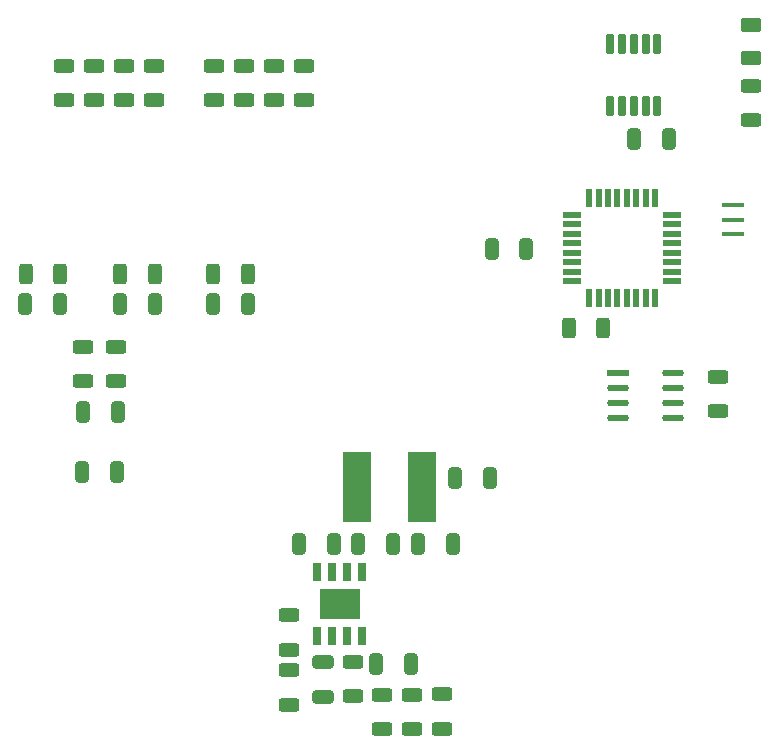
<source format=gbr>
%TF.GenerationSoftware,KiCad,Pcbnew,(7.0.0)*%
%TF.CreationDate,2023-03-07T00:51:13-05:00*%
%TF.ProjectId,smeza_pcb,736d657a-615f-4706-9362-2e6b69636164,rev?*%
%TF.SameCoordinates,Original*%
%TF.FileFunction,Paste,Top*%
%TF.FilePolarity,Positive*%
%FSLAX46Y46*%
G04 Gerber Fmt 4.6, Leading zero omitted, Abs format (unit mm)*
G04 Created by KiCad (PCBNEW (7.0.0)) date 2023-03-07 00:51:13*
%MOMM*%
%LPD*%
G01*
G04 APERTURE LIST*
G04 Aperture macros list*
%AMRoundRect*
0 Rectangle with rounded corners*
0 $1 Rounding radius*
0 $2 $3 $4 $5 $6 $7 $8 $9 X,Y pos of 4 corners*
0 Add a 4 corners polygon primitive as box body*
4,1,4,$2,$3,$4,$5,$6,$7,$8,$9,$2,$3,0*
0 Add four circle primitives for the rounded corners*
1,1,$1+$1,$2,$3*
1,1,$1+$1,$4,$5*
1,1,$1+$1,$6,$7*
1,1,$1+$1,$8,$9*
0 Add four rect primitives between the rounded corners*
20,1,$1+$1,$2,$3,$4,$5,0*
20,1,$1+$1,$4,$5,$6,$7,0*
20,1,$1+$1,$6,$7,$8,$9,0*
20,1,$1+$1,$8,$9,$2,$3,0*%
G04 Aperture macros list end*
%ADD10RoundRect,0.250000X-0.625000X0.312500X-0.625000X-0.312500X0.625000X-0.312500X0.625000X0.312500X0*%
%ADD11RoundRect,0.250000X0.625000X-0.312500X0.625000X0.312500X-0.625000X0.312500X-0.625000X-0.312500X0*%
%ADD12R,1.874066X0.542132*%
%ADD13RoundRect,0.271066X-0.665967X0.000000X0.665967X0.000000X0.665967X0.000000X-0.665967X0.000000X0*%
%ADD14RoundRect,0.250000X-0.625000X0.375000X-0.625000X-0.375000X0.625000X-0.375000X0.625000X0.375000X0*%
%ADD15RoundRect,0.250000X0.325000X0.650000X-0.325000X0.650000X-0.325000X-0.650000X0.325000X-0.650000X0*%
%ADD16R,3.450000X2.560000*%
%ADD17R,0.700000X1.525000*%
%ADD18RoundRect,0.250000X-0.325000X-0.650000X0.325000X-0.650000X0.325000X0.650000X-0.325000X0.650000X0*%
%ADD19R,1.600000X0.550000*%
%ADD20R,0.550000X1.600000*%
%ADD21RoundRect,0.250000X-0.312500X-0.625000X0.312500X-0.625000X0.312500X0.625000X-0.312500X0.625000X0*%
%ADD22RoundRect,0.250000X0.312500X0.625000X-0.312500X0.625000X-0.312500X-0.625000X0.312500X-0.625000X0*%
%ADD23R,2.450000X5.900000*%
%ADD24R,1.900000X0.400000*%
%ADD25RoundRect,0.250000X0.650000X-0.325000X0.650000X0.325000X-0.650000X0.325000X-0.650000X-0.325000X0*%
%ADD26RoundRect,0.042000X0.258000X-0.788000X0.258000X0.788000X-0.258000X0.788000X-0.258000X-0.788000X0*%
G04 APERTURE END LIST*
D10*
%TO.C,R18*%
X145288000Y-122428000D03*
X145288000Y-125353000D03*
%TD*%
%TO.C,R16*%
X133604000Y-69211000D03*
X133604000Y-72136000D03*
%TD*%
D11*
%TO.C,R22*%
X171450000Y-73852500D03*
X171450000Y-70927500D03*
%TD*%
D12*
%TO.C,T1*%
X160243932Y-95249999D03*
D13*
X160243933Y-96520000D03*
X160243933Y-97790000D03*
X160243933Y-99060000D03*
X164876067Y-99060000D03*
X164876067Y-97790000D03*
X164876067Y-96520000D03*
X164876067Y-95250000D03*
%TD*%
D14*
%TO.C,D1*%
X171450000Y-65786000D03*
X171450000Y-68586000D03*
%TD*%
D10*
%TO.C,R15*%
X118364000Y-69211000D03*
X118364000Y-72136000D03*
%TD*%
D15*
%TO.C,C7*%
X152452600Y-84734400D03*
X149502600Y-84734400D03*
%TD*%
D10*
%TO.C,R10*%
X125984000Y-69211000D03*
X125984000Y-72136000D03*
%TD*%
D16*
%TO.C,B1*%
X136651999Y-114807999D03*
D17*
X134746999Y-112095999D03*
X136016999Y-112095999D03*
X137286999Y-112095999D03*
X138556999Y-112095999D03*
X138556999Y-117519999D03*
X137286999Y-117519999D03*
X136016999Y-117519999D03*
X134746999Y-117519999D03*
%TD*%
D18*
%TO.C,C2A1*%
X146402000Y-104140000D03*
X149352000Y-104140000D03*
%TD*%
D19*
%TO.C,U2*%
X164809999Y-87449999D03*
X164809999Y-86649999D03*
X164809999Y-85849999D03*
X164809999Y-85049999D03*
X164809999Y-84249999D03*
X164809999Y-83449999D03*
X164809999Y-82649999D03*
X164809999Y-81849999D03*
D20*
X163359999Y-80399999D03*
X162559999Y-80399999D03*
X161759999Y-80399999D03*
X160959999Y-80399999D03*
X160159999Y-80399999D03*
X159359999Y-80399999D03*
X158559999Y-80399999D03*
X157759999Y-80399999D03*
D19*
X156309999Y-81849999D03*
X156309999Y-82649999D03*
X156309999Y-83449999D03*
X156309999Y-84249999D03*
X156309999Y-85049999D03*
X156309999Y-85849999D03*
X156309999Y-86649999D03*
X156309999Y-87449999D03*
D20*
X157759999Y-88899999D03*
X158559999Y-88899999D03*
X159359999Y-88899999D03*
X160159999Y-88899999D03*
X160959999Y-88899999D03*
X161759999Y-88899999D03*
X162559999Y-88899999D03*
X163359999Y-88899999D03*
%TD*%
D10*
%TO.C,R9*%
X132359400Y-115769200D03*
X132359400Y-118694200D03*
%TD*%
D18*
%TO.C,C11*%
X110031000Y-89408000D03*
X112981000Y-89408000D03*
%TD*%
%TO.C,C3*%
X138176000Y-109728000D03*
X141126000Y-109728000D03*
%TD*%
D21*
%TO.C,R3*%
X156017500Y-91440000D03*
X158942500Y-91440000D03*
%TD*%
D22*
%TO.C,R19*%
X128854200Y-86868000D03*
X125929200Y-86868000D03*
%TD*%
D18*
%TO.C,C9*%
X125906000Y-89408000D03*
X128856000Y-89408000D03*
%TD*%
D15*
%TO.C,C5*%
X117878000Y-98552000D03*
X114928000Y-98552000D03*
%TD*%
D10*
%TO.C,R11*%
X113284000Y-69211000D03*
X113284000Y-72136000D03*
%TD*%
D11*
%TO.C,R6*%
X117673000Y-95950500D03*
X117673000Y-93025500D03*
%TD*%
D10*
%TO.C,R14*%
X131064000Y-69211000D03*
X131064000Y-72136000D03*
%TD*%
D11*
%TO.C,R1*%
X142748000Y-125414500D03*
X142748000Y-122489500D03*
%TD*%
D15*
%TO.C,C2B1*%
X146206000Y-109728000D03*
X143256000Y-109728000D03*
%TD*%
D22*
%TO.C,R21*%
X112983200Y-86868000D03*
X110058200Y-86868000D03*
%TD*%
D15*
%TO.C,C1*%
X142699000Y-119888000D03*
X139749000Y-119888000D03*
%TD*%
D11*
%TO.C,R7*%
X137799000Y-122620500D03*
X137799000Y-119695500D03*
%TD*%
D23*
%TO.C,L1*%
X143621999Y-104901999D03*
X138071999Y-104901999D03*
%TD*%
D11*
%TO.C,R8*%
X132359400Y-123327700D03*
X132359400Y-120402700D03*
%TD*%
D24*
%TO.C,Y1*%
X169925999Y-83445199D03*
X169925999Y-82245199D03*
X169925999Y-81045199D03*
%TD*%
D15*
%TO.C,C4*%
X117807000Y-103632000D03*
X114857000Y-103632000D03*
%TD*%
D18*
%TO.C,C8*%
X161544000Y-75438000D03*
X164494000Y-75438000D03*
%TD*%
D11*
%TO.C,R4*%
X168656000Y-95565500D03*
X168656000Y-98490500D03*
%TD*%
%TO.C,R2*%
X140208000Y-125414500D03*
X140208000Y-122489500D03*
%TD*%
D18*
%TO.C,C2*%
X133194000Y-109728000D03*
X136144000Y-109728000D03*
%TD*%
D25*
%TO.C,C6*%
X135259000Y-122633000D03*
X135259000Y-119683000D03*
%TD*%
D10*
%TO.C,R13*%
X115824000Y-69211000D03*
X115824000Y-72136000D03*
%TD*%
D26*
%TO.C,H1*%
X159544000Y-72644000D03*
X160544000Y-72644000D03*
X161544000Y-72644000D03*
X162544000Y-72644000D03*
X163544000Y-72644000D03*
X163544000Y-67394000D03*
X162544000Y-67394000D03*
X161544000Y-67394000D03*
X160544000Y-67394000D03*
X159544000Y-67394000D03*
%TD*%
D10*
%TO.C,R12*%
X128524000Y-69211000D03*
X128524000Y-72136000D03*
%TD*%
D15*
%TO.C,C10*%
X120982000Y-89408000D03*
X118032000Y-89408000D03*
%TD*%
D10*
%TO.C,R17*%
X120904000Y-69211000D03*
X120904000Y-72136000D03*
%TD*%
%TO.C,R5*%
X114879000Y-93025500D03*
X114879000Y-95950500D03*
%TD*%
D21*
%TO.C,R20*%
X118055200Y-86868000D03*
X120980200Y-86868000D03*
%TD*%
M02*

</source>
